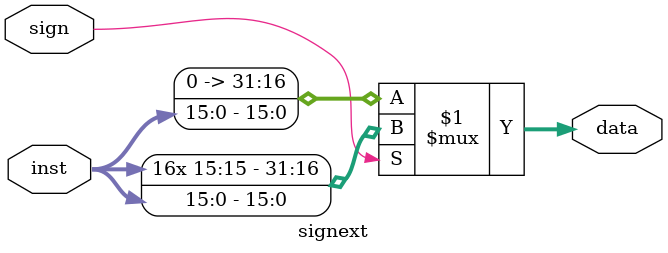
<source format=v>
`timescale 1ns / 1ps


module signext(
    input sign,
    input [31:0] inst,
    output [31:0] data
    );
    assign data =(sign ? {{16{inst[15]}},inst[15:0]}:{16'h0000,inst[15:0]});
endmodule

</source>
